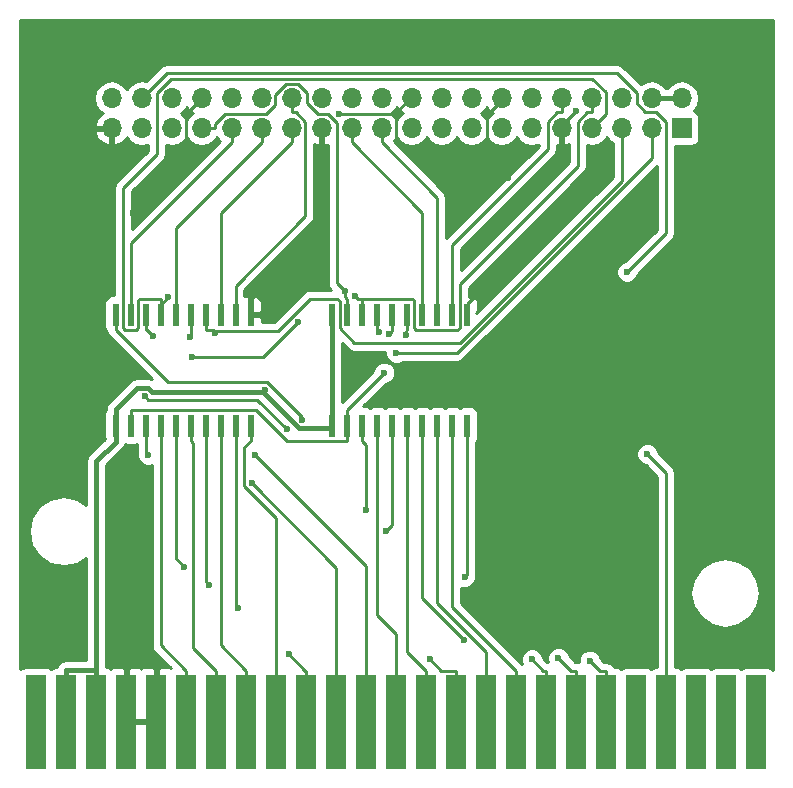
<source format=gbr>
G04 #@! TF.FileFunction,Copper,L2,Bot,Mixed*
%FSLAX46Y46*%
G04 Gerber Fmt 4.6, Leading zero omitted, Abs format (unit mm)*
G04 Created by KiCad (PCBNEW 4.0.7) date 12/29/17 01:52:09*
%MOMM*%
%LPD*%
G01*
G04 APERTURE LIST*
%ADD10C,0.100000*%
%ADD11R,1.700000X1.700000*%
%ADD12O,1.700000X1.700000*%
%ADD13R,1.800000X8.000000*%
%ADD14R,0.600000X1.950000*%
%ADD15C,0.600000*%
%ADD16C,0.250000*%
%ADD17C,0.400000*%
%ADD18C,0.254000*%
G04 APERTURE END LIST*
D10*
D11*
X181635000Y-59563000D03*
D12*
X181635000Y-57023000D03*
X179095000Y-59563000D03*
X179095000Y-57023000D03*
X176555000Y-59563000D03*
X176555000Y-57023000D03*
X174015000Y-59563000D03*
X174015000Y-57023000D03*
X171475000Y-59563000D03*
X171475000Y-57023000D03*
X168935000Y-59563000D03*
X168935000Y-57023000D03*
X166395000Y-59563000D03*
X166395000Y-57023000D03*
X163855000Y-59563000D03*
X163855000Y-57023000D03*
X161315000Y-59563000D03*
X161315000Y-57023000D03*
X158775000Y-59563000D03*
X158775000Y-57023000D03*
X156235000Y-59563000D03*
X156235000Y-57023000D03*
X153695000Y-59563000D03*
X153695000Y-57023000D03*
X151155000Y-59563000D03*
X151155000Y-57023000D03*
X148615000Y-59563000D03*
X148615000Y-57023000D03*
X146075000Y-59563000D03*
X146075000Y-57023000D03*
X143535000Y-59563000D03*
X143535000Y-57023000D03*
X140995000Y-59563000D03*
X140995000Y-57023000D03*
X138455000Y-59563000D03*
X138455000Y-57023000D03*
X135915000Y-59563000D03*
X135915000Y-57023000D03*
X133375000Y-59563000D03*
X133375000Y-57023000D03*
D13*
X187949840Y-109827440D03*
X185409840Y-109827440D03*
X182869840Y-109827440D03*
X180329840Y-109827440D03*
X177789840Y-109827440D03*
X175249840Y-109827440D03*
X172709840Y-109827440D03*
X170169840Y-109827440D03*
X167629840Y-109827440D03*
X165089840Y-109827440D03*
X162549840Y-109827440D03*
X160009840Y-109827440D03*
X157469840Y-109827440D03*
X154929840Y-109827440D03*
X152389840Y-109827440D03*
X149849840Y-109827440D03*
X147309840Y-109827440D03*
X144769840Y-109827440D03*
X142229840Y-109827440D03*
X139689840Y-109827440D03*
X137149840Y-109827440D03*
X134609840Y-109827440D03*
X132069840Y-109827440D03*
X129529840Y-109827440D03*
X126989840Y-109827440D03*
D14*
X152044000Y-75335400D03*
X153314000Y-75335400D03*
X154584000Y-75335400D03*
X155854000Y-75335400D03*
X157124000Y-75335400D03*
X158394000Y-75335400D03*
X159664000Y-75335400D03*
X160934000Y-75335400D03*
X162204000Y-75335400D03*
X163474000Y-75335400D03*
X163474000Y-84735400D03*
X162204000Y-84735400D03*
X160934000Y-84735400D03*
X159664000Y-84735400D03*
X158394000Y-84735400D03*
X157124000Y-84735400D03*
X155854000Y-84735400D03*
X154584000Y-84735400D03*
X153314000Y-84735400D03*
X152044000Y-84735400D03*
X133706000Y-75335400D03*
X134976000Y-75335400D03*
X136246000Y-75335400D03*
X137516000Y-75335400D03*
X138786000Y-75335400D03*
X140056000Y-75335400D03*
X141326000Y-75335400D03*
X142596000Y-75335400D03*
X143866000Y-75335400D03*
X145136000Y-75335400D03*
X145136000Y-84735400D03*
X143866000Y-84735400D03*
X142596000Y-84735400D03*
X141326000Y-84735400D03*
X140056000Y-84735400D03*
X138786000Y-84735400D03*
X137516000Y-84735400D03*
X136246000Y-84735400D03*
X134976000Y-84735400D03*
X133706000Y-84735400D03*
D15*
X166903400Y-63728600D03*
X142280640Y-60716160D03*
X169774000Y-75335400D03*
X171775120Y-72029320D03*
X179934000Y-84735400D03*
X181204000Y-75335400D03*
X134589520Y-101285040D03*
X150749000Y-70739000D03*
X135148320Y-66771520D03*
X152628600Y-58343800D03*
X168224200Y-65252600D03*
X172694600Y-58089800D03*
X172694600Y-65252600D03*
X146341200Y-81720000D03*
X142090800Y-76864000D03*
X138151000Y-73868900D03*
X136882100Y-77160500D03*
X157486500Y-78585500D03*
X140029200Y-77240600D03*
X178733700Y-87141600D03*
X173862000Y-104641600D03*
X171211400Y-104416100D03*
X149473000Y-84223700D03*
X168961400Y-104523800D03*
X163260100Y-97553600D03*
X163171700Y-102869100D03*
X160308900Y-104523800D03*
X136161100Y-82256700D03*
X148233100Y-85062000D03*
X156625100Y-93631200D03*
X154890600Y-91893500D03*
X145482200Y-87207200D03*
X145226100Y-89591400D03*
X148378300Y-104104700D03*
X144087200Y-100196500D03*
X141596900Y-98226500D03*
X139471600Y-96667000D03*
X136458600Y-87217000D03*
X149178300Y-75932800D03*
X140182300Y-78951900D03*
X177021900Y-71734700D03*
X155988400Y-76821400D03*
X158324000Y-77073500D03*
X156453000Y-80244800D03*
X156900700Y-76969100D03*
X153139100Y-73370900D03*
X154016500Y-73791400D03*
D16*
X166883080Y-63708280D02*
X166903400Y-63728600D01*
X171775120Y-72141080D02*
X171775120Y-72029320D01*
X169773000Y-74143200D02*
X171775120Y-72141080D01*
X169773000Y-75336400D02*
X169773000Y-74143200D01*
X169773000Y-75336400D02*
X169774000Y-75335400D01*
X181213160Y-75326240D02*
X181204000Y-75335400D01*
X181213760Y-75326240D02*
X181213160Y-75326240D01*
X181204000Y-78922480D02*
X181204000Y-75335400D01*
X179933600Y-80192880D02*
X181204000Y-78922480D01*
X179933600Y-84735800D02*
X179933600Y-80192880D01*
X179933600Y-84735800D02*
X179934000Y-84735400D01*
X134609840Y-109827440D02*
X134609840Y-101305360D01*
X134609840Y-101305360D02*
X134589520Y-101285040D01*
X145136000Y-75335400D02*
X145136000Y-74020280D01*
X148417280Y-70739000D02*
X150749000Y-70739000D01*
X145136000Y-74020280D02*
X148417280Y-70739000D01*
X135148320Y-66771520D02*
X139674600Y-62245240D01*
X139674600Y-62245240D02*
X139674600Y-58343400D01*
X140995000Y-57023000D02*
X139674600Y-58343400D01*
X158775000Y-57023000D02*
X158673800Y-57023000D01*
X158673800Y-57023000D02*
X157353000Y-58343800D01*
X157353000Y-58343800D02*
X152628600Y-58343800D01*
X158673800Y-57023000D02*
X157454600Y-58242200D01*
X157454600Y-58242200D02*
X157454600Y-60579000D01*
X166395000Y-57023000D02*
X166395000Y-57125000D01*
X166395000Y-57125000D02*
X165125400Y-58394600D01*
X165125400Y-58394600D02*
X165125400Y-61950600D01*
X165125400Y-61950600D02*
X166883080Y-63708280D01*
X171475000Y-59563000D02*
X171475000Y-59309400D01*
X171475000Y-59309400D02*
X172694600Y-58089800D01*
X163474000Y-75335400D02*
X163474000Y-74473200D01*
X163474000Y-74473200D02*
X172694600Y-65252600D01*
D17*
X152044000Y-75335400D02*
X152044000Y-76710700D01*
X179095000Y-57023000D02*
X181635000Y-57023000D01*
X133706000Y-84735400D02*
X133706000Y-86110700D01*
X129529800Y-105427100D02*
X132069800Y-105427100D01*
X129529800Y-109827400D02*
X129529800Y-105427100D01*
X132069800Y-109827400D02*
X132069800Y-105427100D01*
X132069800Y-87746900D02*
X132069800Y-105427100D01*
X133706000Y-86110700D02*
X132069800Y-87746900D01*
X152044000Y-84679600D02*
X152044000Y-83360100D01*
X152044000Y-84679600D02*
X152044000Y-84735400D01*
X133706000Y-84735400D02*
X133706000Y-83360100D01*
X152044000Y-76710700D02*
X152044000Y-83360100D01*
X146157500Y-81903700D02*
X146341200Y-81720000D01*
X149225600Y-84971800D02*
X146157500Y-81903700D01*
X151807600Y-84971800D02*
X149225600Y-84971800D01*
X152044000Y-84735400D02*
X151807600Y-84971800D01*
X135509700Y-81556400D02*
X133706000Y-83360100D01*
X136451200Y-81556400D02*
X135509700Y-81556400D01*
X136798500Y-81903700D02*
X136451200Y-81556400D01*
X146157500Y-81903700D02*
X136798500Y-81903700D01*
D16*
X141326000Y-75335400D02*
X141326000Y-76635700D01*
X142090800Y-76864000D02*
X142090800Y-76752700D01*
X141973800Y-76635700D02*
X142090800Y-76752700D01*
X141326000Y-76635700D02*
X141973800Y-76635700D01*
X176555000Y-63990500D02*
X176555000Y-59563000D01*
X162833000Y-77712500D02*
X176555000Y-63990500D01*
X153938900Y-77712500D02*
X162833000Y-77712500D01*
X152682100Y-76455700D02*
X153938900Y-77712500D01*
X152682100Y-74208400D02*
X152682100Y-76455700D01*
X152464300Y-73990600D02*
X152682100Y-74208400D01*
X150214200Y-73990600D02*
X152464300Y-73990600D01*
X147452100Y-76752700D02*
X150214200Y-73990600D01*
X142090800Y-76752700D02*
X147452100Y-76752700D01*
X135733200Y-74035100D02*
X137516000Y-74035100D01*
X135601400Y-74166900D02*
X135733200Y-74035100D01*
X135601400Y-76507600D02*
X135601400Y-74166900D01*
X135473200Y-76635800D02*
X135601400Y-76507600D01*
X134490900Y-76635800D02*
X135473200Y-76635800D01*
X134350600Y-76495500D02*
X134490900Y-76635800D01*
X134350600Y-64592400D02*
X134350600Y-76495500D01*
X137185000Y-61758000D02*
X134350600Y-64592400D01*
X137185000Y-56589800D02*
X137185000Y-61758000D01*
X138399400Y-55375400D02*
X137185000Y-56589800D01*
X174083700Y-55375400D02*
X138399400Y-55375400D01*
X175200800Y-56492500D02*
X174083700Y-55375400D01*
X175200800Y-58377200D02*
X175200800Y-56492500D01*
X174015000Y-59563000D02*
X175200800Y-58377200D01*
X138151000Y-73868900D02*
X137516000Y-74503900D01*
X137516000Y-75335400D02*
X137516000Y-74503900D01*
X137516000Y-74503900D02*
X137516000Y-74035100D01*
X134976000Y-69297300D02*
X134976000Y-75335400D01*
X143535000Y-60738300D02*
X134976000Y-69297300D01*
X143535000Y-59563000D02*
X143535000Y-60738300D01*
X136357300Y-76635700D02*
X136246000Y-76635700D01*
X136882100Y-77160500D02*
X136357300Y-76635700D01*
X136246000Y-75335400D02*
X136246000Y-76635700D01*
X142596000Y-66757300D02*
X148615000Y-60738300D01*
X142596000Y-75335400D02*
X142596000Y-66757300D01*
X148615000Y-59563000D02*
X148615000Y-60738300D01*
X143866000Y-72904800D02*
X143866000Y-75335400D01*
X149790400Y-66980400D02*
X143866000Y-72904800D01*
X149790400Y-59006400D02*
X149790400Y-66980400D01*
X148982300Y-58198300D02*
X149790400Y-59006400D01*
X148615000Y-58198300D02*
X148982300Y-58198300D01*
X148615000Y-57023000D02*
X148615000Y-58198300D01*
X179095000Y-62107300D02*
X179095000Y-60738300D01*
X162616800Y-78585500D02*
X179095000Y-62107300D01*
X157486500Y-78585500D02*
X162616800Y-78585500D01*
X179095000Y-59563000D02*
X179095000Y-60738300D01*
X140056000Y-77213800D02*
X140056000Y-75335400D01*
X140029200Y-77240600D02*
X140056000Y-77213800D01*
X138786000Y-68027300D02*
X138786000Y-75335400D01*
X146075000Y-60738300D02*
X138786000Y-68027300D01*
X146075000Y-59563000D02*
X146075000Y-60738300D01*
X180329800Y-88737700D02*
X180329800Y-109827400D01*
X178733700Y-87141600D02*
X180329800Y-88737700D01*
X174722500Y-105502100D02*
X175249800Y-105502100D01*
X173862000Y-104641600D02*
X174722500Y-105502100D01*
X175249800Y-109827400D02*
X175249800Y-105502100D01*
X172297400Y-105502100D02*
X172709800Y-105502100D01*
X171211400Y-104416100D02*
X172297400Y-105502100D01*
X172709800Y-109827400D02*
X172709800Y-105502100D01*
X133706000Y-75335400D02*
X133706000Y-76635700D01*
X149473000Y-83967400D02*
X149473000Y-84223700D01*
X146569100Y-81063500D02*
X149473000Y-83967400D01*
X138133800Y-81063500D02*
X146569100Y-81063500D01*
X133706000Y-76635700D02*
X138133800Y-81063500D01*
X169939700Y-105502100D02*
X170169800Y-105502100D01*
X168961400Y-104523800D02*
X169939700Y-105502100D01*
X170169800Y-109827400D02*
X170169800Y-105502100D01*
X167629800Y-109827400D02*
X167629800Y-105502100D01*
X162204000Y-84735400D02*
X162204000Y-86035700D01*
X162204000Y-100076300D02*
X167629800Y-105502100D01*
X162204000Y-86035700D02*
X162204000Y-100076300D01*
X163474000Y-97339700D02*
X163260100Y-97553600D01*
X163474000Y-84735400D02*
X163474000Y-97339700D01*
X160934000Y-84735400D02*
X160934000Y-86035700D01*
X160934000Y-99747000D02*
X160934000Y-86035700D01*
X165089800Y-103902800D02*
X160934000Y-99747000D01*
X165089800Y-109827400D02*
X165089800Y-103902800D01*
X159664000Y-99361400D02*
X163171700Y-102869100D01*
X159664000Y-84735400D02*
X159664000Y-99361400D01*
X161287200Y-105502100D02*
X162549800Y-105502100D01*
X160308900Y-104523800D02*
X161287200Y-105502100D01*
X162549800Y-109827400D02*
X162549800Y-105502100D01*
X145704300Y-82533200D02*
X148233100Y-85062000D01*
X136437600Y-82533200D02*
X145704300Y-82533200D01*
X136161100Y-82256700D02*
X136437600Y-82533200D01*
X158394000Y-84735400D02*
X158394000Y-86035700D01*
X158394000Y-103886300D02*
X160009800Y-105502100D01*
X158394000Y-86035700D02*
X158394000Y-103886300D01*
X160009800Y-109827400D02*
X160009800Y-105502100D01*
X157124000Y-93132300D02*
X157124000Y-84735400D01*
X156625100Y-93631200D02*
X157124000Y-93132300D01*
X157469800Y-102359100D02*
X157469800Y-109827400D01*
X155854000Y-100743300D02*
X157469800Y-102359100D01*
X155854000Y-84735400D02*
X155854000Y-100743300D01*
X154890600Y-86342300D02*
X154584000Y-86035700D01*
X154890600Y-91893500D02*
X154890600Y-86342300D01*
X154584000Y-84735400D02*
X154584000Y-86035700D01*
X154929800Y-96654800D02*
X154929800Y-109827400D01*
X145482200Y-87207200D02*
X154929800Y-96654800D01*
X152389800Y-96755100D02*
X152389800Y-109827400D01*
X145226100Y-89591400D02*
X152389800Y-96755100D01*
X149775700Y-105502100D02*
X149849800Y-105502100D01*
X148378300Y-104104700D02*
X149775700Y-105502100D01*
X149849800Y-109827400D02*
X149849800Y-105502100D01*
X147309800Y-109827400D02*
X147309800Y-105502100D01*
X145136000Y-84735400D02*
X145136000Y-86035700D01*
X147309800Y-92559400D02*
X147309800Y-105502100D01*
X144600800Y-89850400D02*
X147309800Y-92559400D01*
X144600800Y-86570900D02*
X144600800Y-89850400D01*
X145136000Y-86035700D02*
X144600800Y-86570900D01*
X143866000Y-99975300D02*
X144087200Y-100196500D01*
X143866000Y-84735400D02*
X143866000Y-99975300D01*
X144769800Y-109827400D02*
X144769800Y-105502100D01*
X142596000Y-84735400D02*
X142596000Y-86035700D01*
X142596000Y-103328300D02*
X144769800Y-105502100D01*
X142596000Y-86035700D02*
X142596000Y-103328300D01*
X141326000Y-97955600D02*
X141596900Y-98226500D01*
X141326000Y-84735400D02*
X141326000Y-97955600D01*
X140252900Y-103525200D02*
X142229800Y-105502100D01*
X140252900Y-86232600D02*
X140252900Y-103525200D01*
X140056000Y-86035700D02*
X140252900Y-86232600D01*
X140056000Y-84735400D02*
X140056000Y-86035700D01*
X142229800Y-109827400D02*
X142229800Y-105502100D01*
X138786000Y-95981400D02*
X139471600Y-96667000D01*
X138786000Y-86035700D02*
X138786000Y-95981400D01*
X138786000Y-84735400D02*
X138786000Y-86035700D01*
X137516000Y-103328300D02*
X139689800Y-105502100D01*
X137516000Y-84735400D02*
X137516000Y-103328300D01*
X139689800Y-109827400D02*
X139689800Y-105502100D01*
X136246000Y-87004400D02*
X136458600Y-87217000D01*
X136246000Y-84735400D02*
X136246000Y-87004400D01*
X146159200Y-78951900D02*
X140182300Y-78951900D01*
X149178300Y-75932800D02*
X146159200Y-78951900D01*
X138029900Y-54908100D02*
X135915000Y-57023000D01*
X176176800Y-54908100D02*
X138029900Y-54908100D01*
X177825000Y-56556300D02*
X176176800Y-54908100D01*
X177825000Y-57454000D02*
X177825000Y-56556300D01*
X178569400Y-58198400D02*
X177825000Y-57454000D01*
X179478700Y-58198400D02*
X178569400Y-58198400D01*
X180309600Y-59029300D02*
X179478700Y-58198400D01*
X180309600Y-68447000D02*
X180309600Y-59029300D01*
X177021900Y-71734700D02*
X180309600Y-68447000D01*
X155854000Y-75335400D02*
X155854000Y-76635700D01*
X155988400Y-76770100D02*
X155988400Y-76821400D01*
X155854000Y-76635700D02*
X155988400Y-76770100D01*
X158324000Y-76705700D02*
X158324000Y-77073500D01*
X158394000Y-76635700D02*
X158324000Y-76705700D01*
X158394000Y-75335400D02*
X158394000Y-76635700D01*
X159664000Y-66707300D02*
X159664000Y-75335400D01*
X153695000Y-60738300D02*
X159664000Y-66707300D01*
X153695000Y-59563000D02*
X153695000Y-60738300D01*
X171475000Y-57023000D02*
X171475000Y-58198300D01*
X162204000Y-69448100D02*
X162204000Y-74035100D01*
X170299700Y-61352400D02*
X162204000Y-69448100D01*
X170299700Y-59006200D02*
X170299700Y-61352400D01*
X171107600Y-58198300D02*
X170299700Y-59006200D01*
X171475000Y-58198300D02*
X171107600Y-58198300D01*
X162204000Y-75335400D02*
X162204000Y-74035100D01*
X153314000Y-83383800D02*
X156453000Y-80244800D01*
X153314000Y-84735400D02*
X153314000Y-83383800D01*
X148203900Y-86035700D02*
X153314000Y-86035700D01*
X145603300Y-83435100D02*
X148203900Y-86035700D01*
X134976000Y-83435100D02*
X145603300Y-83435100D01*
X134976000Y-84735400D02*
X134976000Y-83435100D01*
X153314000Y-84735400D02*
X153314000Y-86035700D01*
X157124000Y-76745800D02*
X157124000Y-75335400D01*
X156900700Y-76969100D02*
X157124000Y-76745800D01*
X156235000Y-59563000D02*
X156235000Y-60738300D01*
X160934000Y-75335400D02*
X160934000Y-74035100D01*
X160934000Y-65437300D02*
X156235000Y-60738300D01*
X160934000Y-74035100D02*
X160934000Y-65437300D01*
X153314000Y-75335400D02*
X153314000Y-74035100D01*
X153139100Y-73860200D02*
X153139100Y-73370900D01*
X153314000Y-74035100D02*
X153139100Y-73860200D01*
X142170300Y-59195600D02*
X142170300Y-59563000D01*
X142978200Y-58387700D02*
X142170300Y-59195600D01*
X146469000Y-58387700D02*
X142978200Y-58387700D01*
X147250400Y-57606300D02*
X146469000Y-58387700D01*
X147250400Y-56723200D02*
X147250400Y-57606300D01*
X148126000Y-55847600D02*
X147250400Y-56723200D01*
X149198400Y-55847600D02*
X148126000Y-55847600D01*
X149885000Y-56534200D02*
X149198400Y-55847600D01*
X149885000Y-57417200D02*
X149885000Y-56534200D01*
X150855400Y-58387600D02*
X149885000Y-57417200D01*
X151703000Y-58387600D02*
X150855400Y-58387600D01*
X152425000Y-59109600D02*
X151703000Y-58387600D01*
X152425000Y-72656800D02*
X152425000Y-59109600D01*
X153139100Y-73370900D02*
X152425000Y-72656800D01*
X140995000Y-59563000D02*
X142170300Y-59563000D01*
X154260200Y-74035100D02*
X154584000Y-74035100D01*
X154016500Y-73791400D02*
X154260200Y-74035100D01*
X154584000Y-75335400D02*
X154584000Y-74147700D01*
X154584000Y-74147700D02*
X154584000Y-74035100D01*
X174015000Y-57023000D02*
X174015000Y-58198300D01*
X158870900Y-74035100D02*
X154584000Y-74035100D01*
X159019400Y-74183600D02*
X158870900Y-74035100D01*
X159019400Y-76482500D02*
X159019400Y-74183600D01*
X159172700Y-76635800D02*
X159019400Y-76482500D01*
X162638700Y-76635800D02*
X159172700Y-76635800D01*
X162839000Y-76435500D02*
X162638700Y-76635800D01*
X162839000Y-72743000D02*
X162839000Y-76435500D01*
X172839700Y-62742300D02*
X162839000Y-72743000D01*
X172839700Y-59006200D02*
X172839700Y-62742300D01*
X173647600Y-58198300D02*
X172839700Y-59006200D01*
X174015000Y-58198300D02*
X173647600Y-58198300D01*
D18*
G36*
X135486000Y-87004400D02*
X135523620Y-87193525D01*
X135523438Y-87402167D01*
X135665483Y-87745943D01*
X135928273Y-88009192D01*
X136271801Y-88151838D01*
X136643767Y-88152162D01*
X136756000Y-88105788D01*
X136756000Y-103328300D01*
X136813852Y-103619139D01*
X136978599Y-103865701D01*
X138396689Y-105283791D01*
X138176149Y-105192440D01*
X137435590Y-105192440D01*
X137276840Y-105351190D01*
X137276840Y-109700440D01*
X137296840Y-109700440D01*
X137296840Y-109954440D01*
X137276840Y-109954440D01*
X137276840Y-109974440D01*
X137022840Y-109974440D01*
X137022840Y-109954440D01*
X134736840Y-109954440D01*
X134736840Y-109974440D01*
X134482840Y-109974440D01*
X134482840Y-109954440D01*
X134462840Y-109954440D01*
X134462840Y-109700440D01*
X134482840Y-109700440D01*
X134482840Y-105351190D01*
X134736840Y-105351190D01*
X134736840Y-109700440D01*
X137022840Y-109700440D01*
X137022840Y-105351190D01*
X136864090Y-105192440D01*
X136123531Y-105192440D01*
X135890142Y-105289113D01*
X135879840Y-105299415D01*
X135869538Y-105289113D01*
X135636149Y-105192440D01*
X134895590Y-105192440D01*
X134736840Y-105351190D01*
X134482840Y-105351190D01*
X134324090Y-105192440D01*
X133583531Y-105192440D01*
X133350142Y-105289113D01*
X133332536Y-105306719D01*
X133221730Y-105231009D01*
X132969840Y-105180000D01*
X132904800Y-105180000D01*
X132904800Y-88092768D01*
X134296434Y-86701134D01*
X134381983Y-86573101D01*
X134477439Y-86430241D01*
X134498971Y-86321991D01*
X134676000Y-86357840D01*
X135276000Y-86357840D01*
X135486000Y-86318326D01*
X135486000Y-87004400D01*
X135486000Y-87004400D01*
G37*
X135486000Y-87004400D02*
X135523620Y-87193525D01*
X135523438Y-87402167D01*
X135665483Y-87745943D01*
X135928273Y-88009192D01*
X136271801Y-88151838D01*
X136643767Y-88152162D01*
X136756000Y-88105788D01*
X136756000Y-103328300D01*
X136813852Y-103619139D01*
X136978599Y-103865701D01*
X138396689Y-105283791D01*
X138176149Y-105192440D01*
X137435590Y-105192440D01*
X137276840Y-105351190D01*
X137276840Y-109700440D01*
X137296840Y-109700440D01*
X137296840Y-109954440D01*
X137276840Y-109954440D01*
X137276840Y-109974440D01*
X137022840Y-109974440D01*
X137022840Y-109954440D01*
X134736840Y-109954440D01*
X134736840Y-109974440D01*
X134482840Y-109974440D01*
X134482840Y-109954440D01*
X134462840Y-109954440D01*
X134462840Y-109700440D01*
X134482840Y-109700440D01*
X134482840Y-105351190D01*
X134736840Y-105351190D01*
X134736840Y-109700440D01*
X137022840Y-109700440D01*
X137022840Y-105351190D01*
X136864090Y-105192440D01*
X136123531Y-105192440D01*
X135890142Y-105289113D01*
X135879840Y-105299415D01*
X135869538Y-105289113D01*
X135636149Y-105192440D01*
X134895590Y-105192440D01*
X134736840Y-105351190D01*
X134482840Y-105351190D01*
X134324090Y-105192440D01*
X133583531Y-105192440D01*
X133350142Y-105289113D01*
X133332536Y-105306719D01*
X133221730Y-105231009D01*
X132969840Y-105180000D01*
X132904800Y-105180000D01*
X132904800Y-88092768D01*
X134296434Y-86701134D01*
X134381983Y-86573101D01*
X134477439Y-86430241D01*
X134498971Y-86321991D01*
X134676000Y-86357840D01*
X135276000Y-86357840D01*
X135486000Y-86318326D01*
X135486000Y-87004400D01*
G36*
X189370900Y-105464533D02*
X189313930Y-105375999D01*
X189101730Y-105231009D01*
X188849840Y-105180000D01*
X187049840Y-105180000D01*
X186814523Y-105224278D01*
X186679263Y-105311316D01*
X186561730Y-105231009D01*
X186309840Y-105180000D01*
X184509840Y-105180000D01*
X184274523Y-105224278D01*
X184139263Y-105311316D01*
X184021730Y-105231009D01*
X183769840Y-105180000D01*
X181969840Y-105180000D01*
X181734523Y-105224278D01*
X181599263Y-105311316D01*
X181481730Y-105231009D01*
X181229840Y-105180000D01*
X181089800Y-105180000D01*
X181089800Y-98894900D01*
X182374463Y-98894900D01*
X182598557Y-100021496D01*
X183236722Y-100976578D01*
X184191804Y-101614743D01*
X185318400Y-101838837D01*
X186444996Y-101614743D01*
X187400078Y-100976578D01*
X188038243Y-100021496D01*
X188262337Y-98894900D01*
X188038243Y-97768304D01*
X187400078Y-96813222D01*
X186444996Y-96175057D01*
X185318400Y-95950963D01*
X184191804Y-96175057D01*
X183236722Y-96813222D01*
X182598557Y-97768304D01*
X182374463Y-98894900D01*
X181089800Y-98894900D01*
X181089800Y-88737700D01*
X181031948Y-88446861D01*
X181031948Y-88446860D01*
X180867201Y-88200299D01*
X179668822Y-87001920D01*
X179668862Y-86956433D01*
X179526817Y-86612657D01*
X179264027Y-86349408D01*
X178920499Y-86206762D01*
X178548533Y-86206438D01*
X178204757Y-86348483D01*
X177941508Y-86611273D01*
X177798862Y-86954801D01*
X177798538Y-87326767D01*
X177940583Y-87670543D01*
X178203373Y-87933792D01*
X178546901Y-88076438D01*
X178593777Y-88076479D01*
X179569800Y-89052502D01*
X179569800Y-105180000D01*
X179429840Y-105180000D01*
X179194523Y-105224278D01*
X179059263Y-105311316D01*
X178941730Y-105231009D01*
X178689840Y-105180000D01*
X176889840Y-105180000D01*
X176654523Y-105224278D01*
X176519263Y-105311316D01*
X176401730Y-105231009D01*
X176149840Y-105180000D01*
X175931060Y-105180000D01*
X175787201Y-104964699D01*
X175540639Y-104799952D01*
X175249800Y-104742100D01*
X175037302Y-104742100D01*
X174797122Y-104501920D01*
X174797162Y-104456433D01*
X174655117Y-104112657D01*
X174392327Y-103849408D01*
X174048799Y-103706762D01*
X173676833Y-103706438D01*
X173333057Y-103848483D01*
X173069808Y-104111273D01*
X172927162Y-104454801D01*
X172926874Y-104785279D01*
X172709800Y-104742100D01*
X172612202Y-104742100D01*
X172146522Y-104276420D01*
X172146562Y-104230933D01*
X172004517Y-103887157D01*
X171741727Y-103623908D01*
X171398199Y-103481262D01*
X171026233Y-103480938D01*
X170682457Y-103622983D01*
X170419208Y-103885773D01*
X170276562Y-104229301D01*
X170276238Y-104601267D01*
X170349171Y-104777779D01*
X170275534Y-104763132D01*
X169896522Y-104384120D01*
X169896562Y-104338633D01*
X169754517Y-103994857D01*
X169491727Y-103731608D01*
X169148199Y-103588962D01*
X168776233Y-103588638D01*
X168432457Y-103730683D01*
X168169208Y-103993473D01*
X168026562Y-104337001D01*
X168026238Y-104708967D01*
X168107050Y-104904548D01*
X162964000Y-99761498D01*
X162964000Y-98443052D01*
X163073301Y-98488438D01*
X163445267Y-98488762D01*
X163789043Y-98346717D01*
X164052292Y-98083927D01*
X164194938Y-97740399D01*
X164195117Y-97535178D01*
X164234000Y-97339700D01*
X164234000Y-86161963D01*
X164370431Y-85962290D01*
X164421440Y-85710400D01*
X164421440Y-83760400D01*
X164377162Y-83525083D01*
X164238090Y-83308959D01*
X164025890Y-83163969D01*
X163774000Y-83112960D01*
X163174000Y-83112960D01*
X162938683Y-83157238D01*
X162839472Y-83221078D01*
X162755890Y-83163969D01*
X162504000Y-83112960D01*
X161904000Y-83112960D01*
X161668683Y-83157238D01*
X161569472Y-83221078D01*
X161485890Y-83163969D01*
X161234000Y-83112960D01*
X160634000Y-83112960D01*
X160398683Y-83157238D01*
X160299472Y-83221078D01*
X160215890Y-83163969D01*
X159964000Y-83112960D01*
X159364000Y-83112960D01*
X159128683Y-83157238D01*
X159029472Y-83221078D01*
X158945890Y-83163969D01*
X158694000Y-83112960D01*
X158094000Y-83112960D01*
X157858683Y-83157238D01*
X157759472Y-83221078D01*
X157675890Y-83163969D01*
X157424000Y-83112960D01*
X156824000Y-83112960D01*
X156588683Y-83157238D01*
X156489472Y-83221078D01*
X156405890Y-83163969D01*
X156154000Y-83112960D01*
X155554000Y-83112960D01*
X155318683Y-83157238D01*
X155219472Y-83221078D01*
X155135890Y-83163969D01*
X154884000Y-83112960D01*
X154659642Y-83112960D01*
X156592680Y-81179922D01*
X156638167Y-81179962D01*
X156981943Y-81037917D01*
X157245192Y-80775127D01*
X157387838Y-80431599D01*
X157388162Y-80059633D01*
X157246117Y-79715857D01*
X156983327Y-79452608D01*
X156639799Y-79309962D01*
X156267833Y-79309638D01*
X155924057Y-79451683D01*
X155660808Y-79714473D01*
X155518162Y-80058001D01*
X155518121Y-80104877D01*
X152879000Y-82743998D01*
X152879000Y-77727402D01*
X153401499Y-78249901D01*
X153648061Y-78414648D01*
X153938900Y-78472500D01*
X156551598Y-78472500D01*
X156551338Y-78770667D01*
X156693383Y-79114443D01*
X156956173Y-79377692D01*
X157299701Y-79520338D01*
X157671667Y-79520662D01*
X158015443Y-79378617D01*
X158048618Y-79345500D01*
X162616800Y-79345500D01*
X162907639Y-79287648D01*
X163154201Y-79122901D01*
X179549600Y-62727502D01*
X179549600Y-68132198D01*
X176882220Y-70799578D01*
X176836733Y-70799538D01*
X176492957Y-70941583D01*
X176229708Y-71204373D01*
X176087062Y-71547901D01*
X176086738Y-71919867D01*
X176228783Y-72263643D01*
X176491573Y-72526892D01*
X176835101Y-72669538D01*
X177207067Y-72669862D01*
X177550843Y-72527817D01*
X177814092Y-72265027D01*
X177956738Y-71921499D01*
X177956779Y-71874623D01*
X180847001Y-68984401D01*
X181011748Y-68737839D01*
X181069600Y-68447000D01*
X181069600Y-61060440D01*
X182485000Y-61060440D01*
X182720317Y-61016162D01*
X182936441Y-60877090D01*
X183081431Y-60664890D01*
X183132440Y-60413000D01*
X183132440Y-58713000D01*
X183088162Y-58477683D01*
X182949090Y-58261559D01*
X182736890Y-58116569D01*
X182680546Y-58105159D01*
X182685054Y-58102147D01*
X183006961Y-57620378D01*
X183120000Y-57052093D01*
X183120000Y-56993907D01*
X183006961Y-56425622D01*
X182685054Y-55943853D01*
X182203285Y-55621946D01*
X181635000Y-55508907D01*
X181066715Y-55621946D01*
X180584946Y-55943853D01*
X180421813Y-56188000D01*
X180308187Y-56188000D01*
X180145054Y-55943853D01*
X179663285Y-55621946D01*
X179095000Y-55508907D01*
X178526715Y-55621946D01*
X178190260Y-55846758D01*
X176714201Y-54370699D01*
X176467639Y-54205952D01*
X176176800Y-54148100D01*
X138029900Y-54148100D01*
X137739060Y-54205952D01*
X137492499Y-54370699D01*
X136281408Y-55581790D01*
X135915000Y-55508907D01*
X135346715Y-55621946D01*
X134864946Y-55943853D01*
X134645000Y-56273026D01*
X134425054Y-55943853D01*
X133943285Y-55621946D01*
X133375000Y-55508907D01*
X132806715Y-55621946D01*
X132324946Y-55943853D01*
X132003039Y-56425622D01*
X131890000Y-56993907D01*
X131890000Y-57052093D01*
X132003039Y-57620378D01*
X132324946Y-58102147D01*
X132608101Y-58291345D01*
X132608076Y-58291355D01*
X132179817Y-58681642D01*
X131933514Y-59206108D01*
X132054181Y-59436000D01*
X133248000Y-59436000D01*
X133248000Y-59416000D01*
X133502000Y-59416000D01*
X133502000Y-59436000D01*
X133522000Y-59436000D01*
X133522000Y-59690000D01*
X133502000Y-59690000D01*
X133502000Y-60883155D01*
X133731890Y-61004476D01*
X134141924Y-60834645D01*
X134570183Y-60444358D01*
X134637298Y-60301447D01*
X134864946Y-60642147D01*
X135346715Y-60964054D01*
X135915000Y-61077093D01*
X136425000Y-60975648D01*
X136425000Y-61443198D01*
X133813199Y-64054999D01*
X133648452Y-64301561D01*
X133590600Y-64592400D01*
X133590600Y-73712960D01*
X133406000Y-73712960D01*
X133170683Y-73757238D01*
X132954559Y-73896310D01*
X132809569Y-74108510D01*
X132758560Y-74360400D01*
X132758560Y-76310400D01*
X132802838Y-76545717D01*
X132941910Y-76761841D01*
X132975681Y-76784916D01*
X133003852Y-76926539D01*
X133168599Y-77173101D01*
X136800028Y-80804530D01*
X136770741Y-80784961D01*
X136451200Y-80721400D01*
X135509700Y-80721400D01*
X135190159Y-80784961D01*
X134919266Y-80965966D01*
X133115566Y-82769666D01*
X132934561Y-83040559D01*
X132871000Y-83360100D01*
X132871000Y-83418603D01*
X132809569Y-83508510D01*
X132758560Y-83760400D01*
X132758560Y-85710400D01*
X132784987Y-85850845D01*
X131479366Y-87156466D01*
X131298361Y-87427359D01*
X131234800Y-87746900D01*
X131234800Y-91445766D01*
X130461568Y-90929109D01*
X129324100Y-90702853D01*
X128186632Y-90929109D01*
X127222333Y-91573433D01*
X126578009Y-92537732D01*
X126351753Y-93675200D01*
X126578009Y-94812668D01*
X127222333Y-95776967D01*
X128186632Y-96421291D01*
X129324100Y-96647547D01*
X130461568Y-96421291D01*
X131234800Y-95904634D01*
X131234800Y-104592100D01*
X129529800Y-104592100D01*
X129210259Y-104655661D01*
X128939366Y-104836666D01*
X128758361Y-105107559D01*
X128743952Y-105180000D01*
X128629840Y-105180000D01*
X128394523Y-105224278D01*
X128259263Y-105311316D01*
X128141730Y-105231009D01*
X127889840Y-105180000D01*
X126089840Y-105180000D01*
X125854523Y-105224278D01*
X125652600Y-105354212D01*
X125652600Y-59919892D01*
X131933514Y-59919892D01*
X132179817Y-60444358D01*
X132608076Y-60834645D01*
X133018110Y-61004476D01*
X133248000Y-60883155D01*
X133248000Y-59690000D01*
X132054181Y-59690000D01*
X131933514Y-59919892D01*
X125652600Y-59919892D01*
X125652600Y-50405100D01*
X189370900Y-50405100D01*
X189370900Y-105464533D01*
X189370900Y-105464533D01*
G37*
X189370900Y-105464533D02*
X189313930Y-105375999D01*
X189101730Y-105231009D01*
X188849840Y-105180000D01*
X187049840Y-105180000D01*
X186814523Y-105224278D01*
X186679263Y-105311316D01*
X186561730Y-105231009D01*
X186309840Y-105180000D01*
X184509840Y-105180000D01*
X184274523Y-105224278D01*
X184139263Y-105311316D01*
X184021730Y-105231009D01*
X183769840Y-105180000D01*
X181969840Y-105180000D01*
X181734523Y-105224278D01*
X181599263Y-105311316D01*
X181481730Y-105231009D01*
X181229840Y-105180000D01*
X181089800Y-105180000D01*
X181089800Y-98894900D01*
X182374463Y-98894900D01*
X182598557Y-100021496D01*
X183236722Y-100976578D01*
X184191804Y-101614743D01*
X185318400Y-101838837D01*
X186444996Y-101614743D01*
X187400078Y-100976578D01*
X188038243Y-100021496D01*
X188262337Y-98894900D01*
X188038243Y-97768304D01*
X187400078Y-96813222D01*
X186444996Y-96175057D01*
X185318400Y-95950963D01*
X184191804Y-96175057D01*
X183236722Y-96813222D01*
X182598557Y-97768304D01*
X182374463Y-98894900D01*
X181089800Y-98894900D01*
X181089800Y-88737700D01*
X181031948Y-88446861D01*
X181031948Y-88446860D01*
X180867201Y-88200299D01*
X179668822Y-87001920D01*
X179668862Y-86956433D01*
X179526817Y-86612657D01*
X179264027Y-86349408D01*
X178920499Y-86206762D01*
X178548533Y-86206438D01*
X178204757Y-86348483D01*
X177941508Y-86611273D01*
X177798862Y-86954801D01*
X177798538Y-87326767D01*
X177940583Y-87670543D01*
X178203373Y-87933792D01*
X178546901Y-88076438D01*
X178593777Y-88076479D01*
X179569800Y-89052502D01*
X179569800Y-105180000D01*
X179429840Y-105180000D01*
X179194523Y-105224278D01*
X179059263Y-105311316D01*
X178941730Y-105231009D01*
X178689840Y-105180000D01*
X176889840Y-105180000D01*
X176654523Y-105224278D01*
X176519263Y-105311316D01*
X176401730Y-105231009D01*
X176149840Y-105180000D01*
X175931060Y-105180000D01*
X175787201Y-104964699D01*
X175540639Y-104799952D01*
X175249800Y-104742100D01*
X175037302Y-104742100D01*
X174797122Y-104501920D01*
X174797162Y-104456433D01*
X174655117Y-104112657D01*
X174392327Y-103849408D01*
X174048799Y-103706762D01*
X173676833Y-103706438D01*
X173333057Y-103848483D01*
X173069808Y-104111273D01*
X172927162Y-104454801D01*
X172926874Y-104785279D01*
X172709800Y-104742100D01*
X172612202Y-104742100D01*
X172146522Y-104276420D01*
X172146562Y-104230933D01*
X172004517Y-103887157D01*
X171741727Y-103623908D01*
X171398199Y-103481262D01*
X171026233Y-103480938D01*
X170682457Y-103622983D01*
X170419208Y-103885773D01*
X170276562Y-104229301D01*
X170276238Y-104601267D01*
X170349171Y-104777779D01*
X170275534Y-104763132D01*
X169896522Y-104384120D01*
X169896562Y-104338633D01*
X169754517Y-103994857D01*
X169491727Y-103731608D01*
X169148199Y-103588962D01*
X168776233Y-103588638D01*
X168432457Y-103730683D01*
X168169208Y-103993473D01*
X168026562Y-104337001D01*
X168026238Y-104708967D01*
X168107050Y-104904548D01*
X162964000Y-99761498D01*
X162964000Y-98443052D01*
X163073301Y-98488438D01*
X163445267Y-98488762D01*
X163789043Y-98346717D01*
X164052292Y-98083927D01*
X164194938Y-97740399D01*
X164195117Y-97535178D01*
X164234000Y-97339700D01*
X164234000Y-86161963D01*
X164370431Y-85962290D01*
X164421440Y-85710400D01*
X164421440Y-83760400D01*
X164377162Y-83525083D01*
X164238090Y-83308959D01*
X164025890Y-83163969D01*
X163774000Y-83112960D01*
X163174000Y-83112960D01*
X162938683Y-83157238D01*
X162839472Y-83221078D01*
X162755890Y-83163969D01*
X162504000Y-83112960D01*
X161904000Y-83112960D01*
X161668683Y-83157238D01*
X161569472Y-83221078D01*
X161485890Y-83163969D01*
X161234000Y-83112960D01*
X160634000Y-83112960D01*
X160398683Y-83157238D01*
X160299472Y-83221078D01*
X160215890Y-83163969D01*
X159964000Y-83112960D01*
X159364000Y-83112960D01*
X159128683Y-83157238D01*
X159029472Y-83221078D01*
X158945890Y-83163969D01*
X158694000Y-83112960D01*
X158094000Y-83112960D01*
X157858683Y-83157238D01*
X157759472Y-83221078D01*
X157675890Y-83163969D01*
X157424000Y-83112960D01*
X156824000Y-83112960D01*
X156588683Y-83157238D01*
X156489472Y-83221078D01*
X156405890Y-83163969D01*
X156154000Y-83112960D01*
X155554000Y-83112960D01*
X155318683Y-83157238D01*
X155219472Y-83221078D01*
X155135890Y-83163969D01*
X154884000Y-83112960D01*
X154659642Y-83112960D01*
X156592680Y-81179922D01*
X156638167Y-81179962D01*
X156981943Y-81037917D01*
X157245192Y-80775127D01*
X157387838Y-80431599D01*
X157388162Y-80059633D01*
X157246117Y-79715857D01*
X156983327Y-79452608D01*
X156639799Y-79309962D01*
X156267833Y-79309638D01*
X155924057Y-79451683D01*
X155660808Y-79714473D01*
X155518162Y-80058001D01*
X155518121Y-80104877D01*
X152879000Y-82743998D01*
X152879000Y-77727402D01*
X153401499Y-78249901D01*
X153648061Y-78414648D01*
X153938900Y-78472500D01*
X156551598Y-78472500D01*
X156551338Y-78770667D01*
X156693383Y-79114443D01*
X156956173Y-79377692D01*
X157299701Y-79520338D01*
X157671667Y-79520662D01*
X158015443Y-79378617D01*
X158048618Y-79345500D01*
X162616800Y-79345500D01*
X162907639Y-79287648D01*
X163154201Y-79122901D01*
X179549600Y-62727502D01*
X179549600Y-68132198D01*
X176882220Y-70799578D01*
X176836733Y-70799538D01*
X176492957Y-70941583D01*
X176229708Y-71204373D01*
X176087062Y-71547901D01*
X176086738Y-71919867D01*
X176228783Y-72263643D01*
X176491573Y-72526892D01*
X176835101Y-72669538D01*
X177207067Y-72669862D01*
X177550843Y-72527817D01*
X177814092Y-72265027D01*
X177956738Y-71921499D01*
X177956779Y-71874623D01*
X180847001Y-68984401D01*
X181011748Y-68737839D01*
X181069600Y-68447000D01*
X181069600Y-61060440D01*
X182485000Y-61060440D01*
X182720317Y-61016162D01*
X182936441Y-60877090D01*
X183081431Y-60664890D01*
X183132440Y-60413000D01*
X183132440Y-58713000D01*
X183088162Y-58477683D01*
X182949090Y-58261559D01*
X182736890Y-58116569D01*
X182680546Y-58105159D01*
X182685054Y-58102147D01*
X183006961Y-57620378D01*
X183120000Y-57052093D01*
X183120000Y-56993907D01*
X183006961Y-56425622D01*
X182685054Y-55943853D01*
X182203285Y-55621946D01*
X181635000Y-55508907D01*
X181066715Y-55621946D01*
X180584946Y-55943853D01*
X180421813Y-56188000D01*
X180308187Y-56188000D01*
X180145054Y-55943853D01*
X179663285Y-55621946D01*
X179095000Y-55508907D01*
X178526715Y-55621946D01*
X178190260Y-55846758D01*
X176714201Y-54370699D01*
X176467639Y-54205952D01*
X176176800Y-54148100D01*
X138029900Y-54148100D01*
X137739060Y-54205952D01*
X137492499Y-54370699D01*
X136281408Y-55581790D01*
X135915000Y-55508907D01*
X135346715Y-55621946D01*
X134864946Y-55943853D01*
X134645000Y-56273026D01*
X134425054Y-55943853D01*
X133943285Y-55621946D01*
X133375000Y-55508907D01*
X132806715Y-55621946D01*
X132324946Y-55943853D01*
X132003039Y-56425622D01*
X131890000Y-56993907D01*
X131890000Y-57052093D01*
X132003039Y-57620378D01*
X132324946Y-58102147D01*
X132608101Y-58291345D01*
X132608076Y-58291355D01*
X132179817Y-58681642D01*
X131933514Y-59206108D01*
X132054181Y-59436000D01*
X133248000Y-59436000D01*
X133248000Y-59416000D01*
X133502000Y-59416000D01*
X133502000Y-59436000D01*
X133522000Y-59436000D01*
X133522000Y-59690000D01*
X133502000Y-59690000D01*
X133502000Y-60883155D01*
X133731890Y-61004476D01*
X134141924Y-60834645D01*
X134570183Y-60444358D01*
X134637298Y-60301447D01*
X134864946Y-60642147D01*
X135346715Y-60964054D01*
X135915000Y-61077093D01*
X136425000Y-60975648D01*
X136425000Y-61443198D01*
X133813199Y-64054999D01*
X133648452Y-64301561D01*
X133590600Y-64592400D01*
X133590600Y-73712960D01*
X133406000Y-73712960D01*
X133170683Y-73757238D01*
X132954559Y-73896310D01*
X132809569Y-74108510D01*
X132758560Y-74360400D01*
X132758560Y-76310400D01*
X132802838Y-76545717D01*
X132941910Y-76761841D01*
X132975681Y-76784916D01*
X133003852Y-76926539D01*
X133168599Y-77173101D01*
X136800028Y-80804530D01*
X136770741Y-80784961D01*
X136451200Y-80721400D01*
X135509700Y-80721400D01*
X135190159Y-80784961D01*
X134919266Y-80965966D01*
X133115566Y-82769666D01*
X132934561Y-83040559D01*
X132871000Y-83360100D01*
X132871000Y-83418603D01*
X132809569Y-83508510D01*
X132758560Y-83760400D01*
X132758560Y-85710400D01*
X132784987Y-85850845D01*
X131479366Y-87156466D01*
X131298361Y-87427359D01*
X131234800Y-87746900D01*
X131234800Y-91445766D01*
X130461568Y-90929109D01*
X129324100Y-90702853D01*
X128186632Y-90929109D01*
X127222333Y-91573433D01*
X126578009Y-92537732D01*
X126351753Y-93675200D01*
X126578009Y-94812668D01*
X127222333Y-95776967D01*
X128186632Y-96421291D01*
X129324100Y-96647547D01*
X130461568Y-96421291D01*
X131234800Y-95904634D01*
X131234800Y-104592100D01*
X129529800Y-104592100D01*
X129210259Y-104655661D01*
X128939366Y-104836666D01*
X128758361Y-105107559D01*
X128743952Y-105180000D01*
X128629840Y-105180000D01*
X128394523Y-105224278D01*
X128259263Y-105311316D01*
X128141730Y-105231009D01*
X127889840Y-105180000D01*
X126089840Y-105180000D01*
X125854523Y-105224278D01*
X125652600Y-105354212D01*
X125652600Y-59919892D01*
X131933514Y-59919892D01*
X132179817Y-60444358D01*
X132608076Y-60834645D01*
X133018110Y-61004476D01*
X133248000Y-60883155D01*
X133248000Y-59690000D01*
X132054181Y-59690000D01*
X131933514Y-59919892D01*
X125652600Y-59919892D01*
X125652600Y-50405100D01*
X189370900Y-50405100D01*
X189370900Y-105464533D01*
G36*
X151282000Y-59436000D02*
X151302000Y-59436000D01*
X151302000Y-59690000D01*
X151282000Y-59690000D01*
X151282000Y-60883155D01*
X151511890Y-61004476D01*
X151665000Y-60941060D01*
X151665000Y-72656800D01*
X151722852Y-72947639D01*
X151887599Y-73194201D01*
X151923998Y-73230600D01*
X150214200Y-73230600D01*
X149923360Y-73288452D01*
X149676799Y-73453199D01*
X147137298Y-75992700D01*
X146071000Y-75992700D01*
X146071000Y-75621150D01*
X145912250Y-75462400D01*
X145263000Y-75462400D01*
X145263000Y-75482400D01*
X145009000Y-75482400D01*
X145009000Y-75462400D01*
X144989000Y-75462400D01*
X144989000Y-75208400D01*
X145009000Y-75208400D01*
X145009000Y-73884150D01*
X145263000Y-73884150D01*
X145263000Y-75208400D01*
X145912250Y-75208400D01*
X146071000Y-75049650D01*
X146071000Y-74234091D01*
X145974327Y-74000702D01*
X145795699Y-73822073D01*
X145562310Y-73725400D01*
X145421750Y-73725400D01*
X145263000Y-73884150D01*
X145009000Y-73884150D01*
X144850250Y-73725400D01*
X144709690Y-73725400D01*
X144626000Y-73760066D01*
X144626000Y-73219602D01*
X150327801Y-67517801D01*
X150492548Y-67271239D01*
X150550400Y-66980400D01*
X150550400Y-60901878D01*
X150798110Y-61004476D01*
X151028000Y-60883155D01*
X151028000Y-59690000D01*
X151008000Y-59690000D01*
X151008000Y-59436000D01*
X151028000Y-59436000D01*
X151028000Y-59416000D01*
X151282000Y-59416000D01*
X151282000Y-59436000D01*
X151282000Y-59436000D01*
G37*
X151282000Y-59436000D02*
X151302000Y-59436000D01*
X151302000Y-59690000D01*
X151282000Y-59690000D01*
X151282000Y-60883155D01*
X151511890Y-61004476D01*
X151665000Y-60941060D01*
X151665000Y-72656800D01*
X151722852Y-72947639D01*
X151887599Y-73194201D01*
X151923998Y-73230600D01*
X150214200Y-73230600D01*
X149923360Y-73288452D01*
X149676799Y-73453199D01*
X147137298Y-75992700D01*
X146071000Y-75992700D01*
X146071000Y-75621150D01*
X145912250Y-75462400D01*
X145263000Y-75462400D01*
X145263000Y-75482400D01*
X145009000Y-75482400D01*
X145009000Y-75462400D01*
X144989000Y-75462400D01*
X144989000Y-75208400D01*
X145009000Y-75208400D01*
X145009000Y-73884150D01*
X145263000Y-73884150D01*
X145263000Y-75208400D01*
X145912250Y-75208400D01*
X146071000Y-75049650D01*
X146071000Y-74234091D01*
X145974327Y-74000702D01*
X145795699Y-73822073D01*
X145562310Y-73725400D01*
X145421750Y-73725400D01*
X145263000Y-73884150D01*
X145009000Y-73884150D01*
X144850250Y-73725400D01*
X144709690Y-73725400D01*
X144626000Y-73760066D01*
X144626000Y-73219602D01*
X150327801Y-67517801D01*
X150492548Y-67271239D01*
X150550400Y-66980400D01*
X150550400Y-60901878D01*
X150798110Y-61004476D01*
X151028000Y-60883155D01*
X151028000Y-59690000D01*
X151008000Y-59690000D01*
X151008000Y-59436000D01*
X151028000Y-59436000D01*
X151028000Y-59416000D01*
X151282000Y-59416000D01*
X151282000Y-59436000D01*
G36*
X175504946Y-60642147D02*
X175795000Y-60835954D01*
X175795000Y-63675697D01*
X164262300Y-75208398D01*
X164250252Y-75208398D01*
X164409000Y-75049650D01*
X164409000Y-74234091D01*
X164312327Y-74000702D01*
X164133699Y-73822073D01*
X163900310Y-73725400D01*
X163759750Y-73725400D01*
X163601002Y-73884148D01*
X163601002Y-73725400D01*
X163599000Y-73725400D01*
X163599000Y-73057802D01*
X173377101Y-63279701D01*
X173541848Y-63033139D01*
X173599700Y-62742300D01*
X173599700Y-60994485D01*
X174015000Y-61077093D01*
X174583285Y-60964054D01*
X175065054Y-60642147D01*
X175285000Y-60312974D01*
X175504946Y-60642147D01*
X175504946Y-60642147D01*
G37*
X175504946Y-60642147D02*
X175795000Y-60835954D01*
X175795000Y-63675697D01*
X164262300Y-75208398D01*
X164250252Y-75208398D01*
X164409000Y-75049650D01*
X164409000Y-74234091D01*
X164312327Y-74000702D01*
X164133699Y-73822073D01*
X163900310Y-73725400D01*
X163759750Y-73725400D01*
X163601002Y-73884148D01*
X163601002Y-73725400D01*
X163599000Y-73725400D01*
X163599000Y-73057802D01*
X173377101Y-63279701D01*
X173541848Y-63033139D01*
X173599700Y-62742300D01*
X173599700Y-60994485D01*
X174015000Y-61077093D01*
X174583285Y-60964054D01*
X175065054Y-60642147D01*
X175285000Y-60312974D01*
X175504946Y-60642147D01*
G36*
X171602000Y-59436000D02*
X171622000Y-59436000D01*
X171622000Y-59690000D01*
X171602000Y-59690000D01*
X171602000Y-60883155D01*
X171831890Y-61004476D01*
X172079700Y-60901836D01*
X172079700Y-62427498D01*
X162964000Y-71543198D01*
X162964000Y-69762902D01*
X170837101Y-61889801D01*
X171001848Y-61643239D01*
X171059700Y-61352400D01*
X171059700Y-60980283D01*
X171118110Y-61004476D01*
X171348000Y-60883155D01*
X171348000Y-59690000D01*
X171328000Y-59690000D01*
X171328000Y-59436000D01*
X171348000Y-59436000D01*
X171348000Y-59416000D01*
X171602000Y-59416000D01*
X171602000Y-59436000D01*
X171602000Y-59436000D01*
G37*
X171602000Y-59436000D02*
X171622000Y-59436000D01*
X171622000Y-59690000D01*
X171602000Y-59690000D01*
X171602000Y-60883155D01*
X171831890Y-61004476D01*
X172079700Y-60901836D01*
X172079700Y-62427498D01*
X162964000Y-71543198D01*
X162964000Y-69762902D01*
X170837101Y-61889801D01*
X171001848Y-61643239D01*
X171059700Y-61352400D01*
X171059700Y-60980283D01*
X171118110Y-61004476D01*
X171348000Y-60883155D01*
X171348000Y-59690000D01*
X171328000Y-59690000D01*
X171328000Y-59436000D01*
X171348000Y-59436000D01*
X171348000Y-59416000D01*
X171602000Y-59416000D01*
X171602000Y-59436000D01*
G36*
X167884946Y-60642147D02*
X168366715Y-60964054D01*
X168935000Y-61077093D01*
X169503285Y-60964054D01*
X169539700Y-60939722D01*
X169539700Y-61037598D01*
X161694000Y-68883298D01*
X161694000Y-65437300D01*
X161636148Y-65146461D01*
X161471401Y-64899899D01*
X157242250Y-60670748D01*
X157285054Y-60642147D01*
X157505000Y-60312974D01*
X157724946Y-60642147D01*
X158206715Y-60964054D01*
X158775000Y-61077093D01*
X159343285Y-60964054D01*
X159825054Y-60642147D01*
X160045000Y-60312974D01*
X160264946Y-60642147D01*
X160746715Y-60964054D01*
X161315000Y-61077093D01*
X161883285Y-60964054D01*
X162365054Y-60642147D01*
X162585000Y-60312974D01*
X162804946Y-60642147D01*
X163286715Y-60964054D01*
X163855000Y-61077093D01*
X164423285Y-60964054D01*
X164905054Y-60642147D01*
X165125000Y-60312974D01*
X165344946Y-60642147D01*
X165826715Y-60964054D01*
X166395000Y-61077093D01*
X166963285Y-60964054D01*
X167445054Y-60642147D01*
X167665000Y-60312974D01*
X167884946Y-60642147D01*
X167884946Y-60642147D01*
G37*
X167884946Y-60642147D02*
X168366715Y-60964054D01*
X168935000Y-61077093D01*
X169503285Y-60964054D01*
X169539700Y-60939722D01*
X169539700Y-61037598D01*
X161694000Y-68883298D01*
X161694000Y-65437300D01*
X161636148Y-65146461D01*
X161471401Y-64899899D01*
X157242250Y-60670748D01*
X157285054Y-60642147D01*
X157505000Y-60312974D01*
X157724946Y-60642147D01*
X158206715Y-60964054D01*
X158775000Y-61077093D01*
X159343285Y-60964054D01*
X159825054Y-60642147D01*
X160045000Y-60312974D01*
X160264946Y-60642147D01*
X160746715Y-60964054D01*
X161315000Y-61077093D01*
X161883285Y-60964054D01*
X162365054Y-60642147D01*
X162585000Y-60312974D01*
X162804946Y-60642147D01*
X163286715Y-60964054D01*
X163855000Y-61077093D01*
X164423285Y-60964054D01*
X164905054Y-60642147D01*
X165125000Y-60312974D01*
X165344946Y-60642147D01*
X165826715Y-60964054D01*
X166395000Y-61077093D01*
X166963285Y-60964054D01*
X167445054Y-60642147D01*
X167665000Y-60312974D01*
X167884946Y-60642147D01*
G36*
X142484946Y-60642147D02*
X142527750Y-60670748D01*
X135110600Y-68087898D01*
X135110600Y-64907202D01*
X137722401Y-62295401D01*
X137887148Y-62048839D01*
X137945000Y-61758000D01*
X137945000Y-60975648D01*
X138455000Y-61077093D01*
X139023285Y-60964054D01*
X139505054Y-60642147D01*
X139725000Y-60312974D01*
X139944946Y-60642147D01*
X140426715Y-60964054D01*
X140995000Y-61077093D01*
X141563285Y-60964054D01*
X142045054Y-60642147D01*
X142265000Y-60312974D01*
X142484946Y-60642147D01*
X142484946Y-60642147D01*
G37*
X142484946Y-60642147D02*
X142527750Y-60670748D01*
X135110600Y-68087898D01*
X135110600Y-64907202D01*
X137722401Y-62295401D01*
X137887148Y-62048839D01*
X137945000Y-61758000D01*
X137945000Y-60975648D01*
X138455000Y-61077093D01*
X139023285Y-60964054D01*
X139505054Y-60642147D01*
X139725000Y-60312974D01*
X139944946Y-60642147D01*
X140426715Y-60964054D01*
X140995000Y-61077093D01*
X141563285Y-60964054D01*
X142045054Y-60642147D01*
X142265000Y-60312974D01*
X142484946Y-60642147D01*
G36*
X165199817Y-57904358D02*
X165628076Y-58294645D01*
X165628101Y-58294655D01*
X165344946Y-58483853D01*
X165125000Y-58813026D01*
X164905054Y-58483853D01*
X164619422Y-58293000D01*
X164905054Y-58102147D01*
X165132702Y-57761447D01*
X165199817Y-57904358D01*
X165199817Y-57904358D01*
G37*
X165199817Y-57904358D02*
X165628076Y-58294645D01*
X165628101Y-58294655D01*
X165344946Y-58483853D01*
X165125000Y-58813026D01*
X164905054Y-58483853D01*
X164619422Y-58293000D01*
X164905054Y-58102147D01*
X165132702Y-57761447D01*
X165199817Y-57904358D01*
G36*
X139799817Y-57904358D02*
X140228076Y-58294645D01*
X140228101Y-58294655D01*
X139944946Y-58483853D01*
X139725000Y-58813026D01*
X139505054Y-58483853D01*
X139219422Y-58293000D01*
X139505054Y-58102147D01*
X139732702Y-57761447D01*
X139799817Y-57904358D01*
X139799817Y-57904358D01*
G37*
X139799817Y-57904358D02*
X140228076Y-58294645D01*
X140228101Y-58294655D01*
X139944946Y-58483853D01*
X139725000Y-58813026D01*
X139505054Y-58483853D01*
X139219422Y-58293000D01*
X139505054Y-58102147D01*
X139732702Y-57761447D01*
X139799817Y-57904358D01*
G36*
X157579817Y-57904358D02*
X158008076Y-58294645D01*
X158008101Y-58294655D01*
X157724946Y-58483853D01*
X157505000Y-58813026D01*
X157285054Y-58483853D01*
X156999422Y-58293000D01*
X157285054Y-58102147D01*
X157512702Y-57761447D01*
X157579817Y-57904358D01*
X157579817Y-57904358D01*
G37*
X157579817Y-57904358D02*
X158008076Y-58294645D01*
X158008101Y-58294655D01*
X157724946Y-58483853D01*
X157505000Y-58813026D01*
X157285054Y-58483853D01*
X156999422Y-58293000D01*
X157285054Y-58102147D01*
X157512702Y-57761447D01*
X157579817Y-57904358D01*
G36*
X176682000Y-56896000D02*
X176702000Y-56896000D01*
X176702000Y-57150000D01*
X176682000Y-57150000D01*
X176682000Y-57170000D01*
X176428000Y-57170000D01*
X176428000Y-57150000D01*
X176408000Y-57150000D01*
X176408000Y-56896000D01*
X176428000Y-56896000D01*
X176428000Y-56876000D01*
X176682000Y-56876000D01*
X176682000Y-56896000D01*
X176682000Y-56896000D01*
G37*
X176682000Y-56896000D02*
X176702000Y-56896000D01*
X176702000Y-57150000D01*
X176682000Y-57150000D01*
X176682000Y-57170000D01*
X176428000Y-57170000D01*
X176428000Y-57150000D01*
X176408000Y-57150000D01*
X176408000Y-56896000D01*
X176428000Y-56896000D01*
X176428000Y-56876000D01*
X176682000Y-56876000D01*
X176682000Y-56896000D01*
G36*
X166522000Y-56896000D02*
X166542000Y-56896000D01*
X166542000Y-57150000D01*
X166522000Y-57150000D01*
X166522000Y-57170000D01*
X166268000Y-57170000D01*
X166268000Y-57150000D01*
X166248000Y-57150000D01*
X166248000Y-56896000D01*
X166268000Y-56896000D01*
X166268000Y-56876000D01*
X166522000Y-56876000D01*
X166522000Y-56896000D01*
X166522000Y-56896000D01*
G37*
X166522000Y-56896000D02*
X166542000Y-56896000D01*
X166542000Y-57150000D01*
X166522000Y-57150000D01*
X166522000Y-57170000D01*
X166268000Y-57170000D01*
X166268000Y-57150000D01*
X166248000Y-57150000D01*
X166248000Y-56896000D01*
X166268000Y-56896000D01*
X166268000Y-56876000D01*
X166522000Y-56876000D01*
X166522000Y-56896000D01*
G36*
X158902000Y-56896000D02*
X158922000Y-56896000D01*
X158922000Y-57150000D01*
X158902000Y-57150000D01*
X158902000Y-57170000D01*
X158648000Y-57170000D01*
X158648000Y-57150000D01*
X158628000Y-57150000D01*
X158628000Y-56896000D01*
X158648000Y-56896000D01*
X158648000Y-56876000D01*
X158902000Y-56876000D01*
X158902000Y-56896000D01*
X158902000Y-56896000D01*
G37*
X158902000Y-56896000D02*
X158922000Y-56896000D01*
X158922000Y-57150000D01*
X158902000Y-57150000D01*
X158902000Y-57170000D01*
X158648000Y-57170000D01*
X158648000Y-57150000D01*
X158628000Y-57150000D01*
X158628000Y-56896000D01*
X158648000Y-56896000D01*
X158648000Y-56876000D01*
X158902000Y-56876000D01*
X158902000Y-56896000D01*
G36*
X146202000Y-56896000D02*
X146222000Y-56896000D01*
X146222000Y-57150000D01*
X146202000Y-57150000D01*
X146202000Y-57170000D01*
X145948000Y-57170000D01*
X145948000Y-57150000D01*
X145928000Y-57150000D01*
X145928000Y-56896000D01*
X145948000Y-56896000D01*
X145948000Y-56876000D01*
X146202000Y-56876000D01*
X146202000Y-56896000D01*
X146202000Y-56896000D01*
G37*
X146202000Y-56896000D02*
X146222000Y-56896000D01*
X146222000Y-57150000D01*
X146202000Y-57150000D01*
X146202000Y-57170000D01*
X145948000Y-57170000D01*
X145948000Y-57150000D01*
X145928000Y-57150000D01*
X145928000Y-56896000D01*
X145948000Y-56896000D01*
X145948000Y-56876000D01*
X146202000Y-56876000D01*
X146202000Y-56896000D01*
G36*
X141122000Y-56896000D02*
X141142000Y-56896000D01*
X141142000Y-57150000D01*
X141122000Y-57150000D01*
X141122000Y-57170000D01*
X140868000Y-57170000D01*
X140868000Y-57150000D01*
X140848000Y-57150000D01*
X140848000Y-56896000D01*
X140868000Y-56896000D01*
X140868000Y-56876000D01*
X141122000Y-56876000D01*
X141122000Y-56896000D01*
X141122000Y-56896000D01*
G37*
X141122000Y-56896000D02*
X141142000Y-56896000D01*
X141142000Y-57150000D01*
X141122000Y-57150000D01*
X141122000Y-57170000D01*
X140868000Y-57170000D01*
X140868000Y-57150000D01*
X140848000Y-57150000D01*
X140848000Y-56896000D01*
X140868000Y-56896000D01*
X140868000Y-56876000D01*
X141122000Y-56876000D01*
X141122000Y-56896000D01*
M02*

</source>
